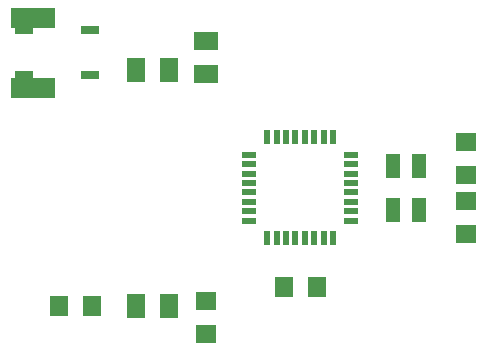
<source format=gbr>
G04 EAGLE Gerber RS-274X export*
G75*
%MOMM*%
%FSLAX34Y34*%
%LPD*%
%INSolderpaste Top*%
%IPPOS*%
%AMOC8*
5,1,8,0,0,1.08239X$1,22.5*%
G01*
%ADD10R,1.270000X0.558800*%
%ADD11R,0.558800X1.270000*%
%ADD12R,1.600000X1.800000*%
%ADD13R,1.600000X2.000000*%
%ADD14R,1.800000X1.600000*%
%ADD15R,2.000000X1.600000*%
%ADD16R,3.700000X1.700000*%
%ADD17R,1.524000X0.762000*%
%ADD18R,1.200000X2.000000*%


D10*
X42926Y-28000D03*
X42926Y-20000D03*
X42926Y-12000D03*
X42926Y-4000D03*
X42926Y4000D03*
X42926Y12000D03*
X42926Y20000D03*
X42926Y28000D03*
D11*
X28000Y42926D03*
X20000Y42926D03*
X12000Y42926D03*
X4000Y42926D03*
X-4000Y42926D03*
X-12000Y42926D03*
X-20000Y42926D03*
X-28000Y42926D03*
D10*
X-42926Y28000D03*
X-42926Y20000D03*
X-42926Y12000D03*
X-42926Y4000D03*
X-42926Y-4000D03*
X-42926Y-12000D03*
X-42926Y-20000D03*
X-42926Y-28000D03*
D11*
X-28000Y-42926D03*
X-20000Y-42926D03*
X-12000Y-42926D03*
X-4000Y-42926D03*
X4000Y-42926D03*
X12000Y-42926D03*
X20000Y-42926D03*
X28000Y-42926D03*
D12*
X-204000Y-100000D03*
X-176000Y-100000D03*
D13*
X-139000Y100000D03*
X-111000Y100000D03*
X-139000Y-100000D03*
X-111000Y-100000D03*
D14*
X140000Y11000D03*
X140000Y39000D03*
X140000Y-39000D03*
X140000Y-11000D03*
D15*
X-80000Y124000D03*
X-80000Y96000D03*
D16*
X-225800Y143700D03*
X-225800Y84700D03*
D14*
X-80000Y-124000D03*
X-80000Y-96000D03*
D17*
X-233440Y133550D03*
X-177560Y133550D03*
X-233440Y95450D03*
X-177560Y95450D03*
D12*
X-14000Y-84000D03*
X14000Y-84000D03*
D18*
X79000Y18500D03*
X101000Y18500D03*
X101000Y-18500D03*
X79000Y-18500D03*
M02*

</source>
